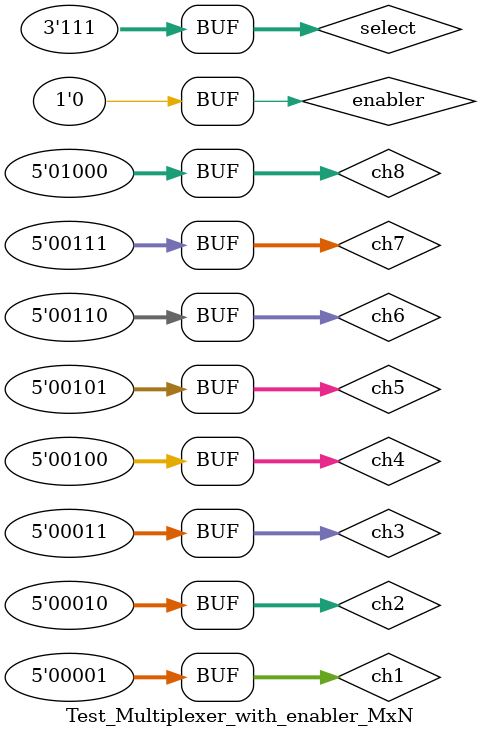
<source format=sv>
module Test_Multiplexer_with_enabler_MxN();

	logic [2:0] select;
	
	logic [4:0] ch1;
	logic [4:0] ch2;
	logic [4:0] ch3;
	logic [4:0] ch4;
	logic [4:0] ch5;
	logic [4:0] ch6;
	logic [4:0] ch7;
	logic [4:0] ch8;
	
	logic enabler;
	
	logic [4:0] o;
	
	Multiplexer_with_enabler_MxN #(.M(8), .N(5)) mux(select, {ch8, ch7, ch6, ch5, ch4, ch3, ch2, ch1}, enabler, o);
	
	initial begin
		//$display($bits(select));
		ch1 = 5'b00001;
		ch2 = 5'b00010;
		ch3 = 5'b00011;
		ch4 = 5'b00100;
		ch5 = 5'b00101;
		ch6 = 5'b00110;
		ch7 = 5'b00111;
		ch8 = 5'b01000;
		
		enabler = 1'b1;
		
		select=3'b000; #10;
		select=3'b001; #10;
		select=3'b010; #10;
		select=3'b011; #10;
		select=3'b100; #10;
		select=3'b101; #10;
		select=3'b110; #10;
		select=3'b111; #10;

		enabler = 1'b0;
		
		select=3'b000; #10;
		select=3'b001; #10;
		select=3'b010; #10;
		select=3'b011; #10;
		select=3'b100; #10;
		select=3'b101; #10;
		select=3'b110; #10;
		select=3'b111; #10;

	end
	
endmodule

</source>
